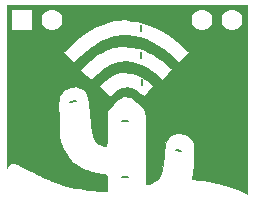
<source format=gbr>
G04 #@! TF.FileFunction,Legend,Top*
%FSLAX46Y46*%
G04 Gerber Fmt 4.6, Leading zero omitted, Abs format (unit mm)*
G04 Created by KiCad (PCBNEW 4.0.7-e2-6376~61~ubuntu18.04.1) date Fri Aug 17 14:13:56 2018*
%MOMM*%
%LPD*%
G01*
G04 APERTURE LIST*
%ADD10C,0.100000*%
%ADD11C,0.027261*%
%ADD12C,0.150000*%
%ADD13R,0.800000X0.800000*%
%ADD14R,1.778000X1.778000*%
%ADD15C,1.778000*%
G04 APERTURE END LIST*
D10*
D11*
G36*
X158700105Y-84740000D02*
X158700105Y-86009690D01*
X158810176Y-86009690D01*
X159040136Y-86030877D01*
X159302483Y-86057478D01*
X159561883Y-86096782D01*
X159818442Y-86148294D01*
X160072261Y-86211518D01*
X160323445Y-86285959D01*
X160572098Y-86371122D01*
X160818322Y-86466510D01*
X161056941Y-86569096D01*
X161291127Y-86679434D01*
X161520998Y-86797282D01*
X161746674Y-86922397D01*
X161968271Y-87054538D01*
X162185908Y-87193463D01*
X162399703Y-87338930D01*
X162609775Y-87490698D01*
X162816242Y-87648523D01*
X163019221Y-87812164D01*
X163209752Y-87973787D01*
X163397264Y-88139312D01*
X163582994Y-88307121D01*
X163768177Y-88475597D01*
X163954048Y-88643121D01*
X164002107Y-88681879D01*
X163833316Y-88862641D01*
X163665589Y-89042263D01*
X163498387Y-89221318D01*
X163331170Y-89400377D01*
X163163399Y-89580015D01*
X163085367Y-89508701D01*
X162919073Y-89349553D01*
X162750187Y-89193653D01*
X162578561Y-89041175D01*
X162404046Y-88892295D01*
X162226492Y-88747184D01*
X162045749Y-88606019D01*
X161861669Y-88468971D01*
X161652952Y-88321758D01*
X161440804Y-88181259D01*
X161224948Y-88048020D01*
X161005109Y-87922587D01*
X160781009Y-87805509D01*
X160552373Y-87697330D01*
X160318923Y-87598597D01*
X160080383Y-87509857D01*
X159854526Y-87437832D01*
X159626982Y-87377715D01*
X159397760Y-87329599D01*
X159166868Y-87293577D01*
X158934313Y-87269744D01*
X158700105Y-87258193D01*
X158700105Y-88234360D01*
X158959904Y-88246805D01*
X159218269Y-88275588D01*
X159475151Y-88320783D01*
X159730499Y-88382464D01*
X159984264Y-88460703D01*
X160223415Y-88549241D01*
X160456701Y-88648879D01*
X160684321Y-88759164D01*
X160906473Y-88879644D01*
X161123355Y-89009864D01*
X161335165Y-89149373D01*
X161542102Y-89297716D01*
X161744364Y-89454441D01*
X161937943Y-89615904D01*
X162127539Y-89782572D01*
X162315458Y-89951443D01*
X162504008Y-90119517D01*
X162546382Y-90149489D01*
X162376160Y-90331706D01*
X162207901Y-90511768D01*
X162041502Y-90689811D01*
X161876860Y-90865973D01*
X161713875Y-91040391D01*
X161526221Y-90878616D01*
X161340832Y-90718002D01*
X161155413Y-90560194D01*
X160967667Y-90406838D01*
X160766774Y-90254427D01*
X160560015Y-90112227D01*
X160347073Y-89981017D01*
X160127634Y-89861580D01*
X159901383Y-89754696D01*
X159668005Y-89661147D01*
X159430335Y-89584457D01*
X159189785Y-89527355D01*
X158946369Y-89490381D01*
X158700105Y-89474078D01*
X158700105Y-90441978D01*
X158935540Y-90455832D01*
X159169177Y-90492340D01*
X159401006Y-90551170D01*
X159631020Y-90631990D01*
X159859207Y-90734466D01*
X160057690Y-90841421D01*
X160247560Y-90959401D01*
X160429811Y-91087661D01*
X160605438Y-91225456D01*
X160775434Y-91372040D01*
X160940795Y-91526666D01*
X160969217Y-91558189D01*
X160801819Y-91737319D01*
X160635165Y-91915659D01*
X160469114Y-92093368D01*
X160303526Y-92270609D01*
X160138260Y-92447540D01*
X159960157Y-92292207D01*
X159781176Y-92141616D01*
X159619076Y-92020703D01*
X159449473Y-91913358D01*
X159271314Y-91821827D01*
X159083544Y-91748358D01*
X158889785Y-91700579D01*
X158700105Y-91683246D01*
X158700105Y-92448574D01*
X158880162Y-92466510D01*
X159052192Y-92524610D01*
X159207567Y-92622723D01*
X159437952Y-92814311D01*
X159647138Y-92992770D01*
X159835419Y-93165737D01*
X160003092Y-93340852D01*
X160150449Y-93525754D01*
X160277786Y-93728082D01*
X160290396Y-93838596D01*
X160302850Y-94102212D01*
X160314194Y-94441695D01*
X160323477Y-94779809D01*
X160329746Y-95039317D01*
X160332047Y-95142983D01*
X160362536Y-99842438D01*
X160392508Y-99842438D01*
X160597978Y-99826745D01*
X160840543Y-99733401D01*
X161046636Y-99630732D01*
X161258831Y-99526056D01*
X161371260Y-99422825D01*
X161467378Y-99224905D01*
X161526182Y-99117466D01*
X161585019Y-98928960D01*
X161676668Y-98554145D01*
X161760500Y-98170012D01*
X161817126Y-97859808D01*
X161851473Y-97630100D01*
X161868468Y-97487457D01*
X161873038Y-97438450D01*
X161873956Y-97371546D01*
X161880540Y-97194920D01*
X161898539Y-96944702D01*
X161933699Y-96657024D01*
X161991770Y-96368016D01*
X162078499Y-96113808D01*
X162199633Y-95930532D01*
X162350924Y-95797753D01*
X162496642Y-95709614D01*
X162686425Y-95635976D01*
X162887562Y-95576058D01*
X163051356Y-95555954D01*
X163265201Y-95565179D01*
X163479212Y-95589487D01*
X163638274Y-95640324D01*
X163832609Y-95746564D01*
X164017728Y-95859556D01*
X164141347Y-95965376D01*
X164253255Y-96127936D01*
X164318337Y-96224534D01*
X164381929Y-96393553D01*
X164378060Y-96674667D01*
X164376773Y-96982342D01*
X164377431Y-97296839D01*
X164379398Y-97598419D01*
X164382037Y-97867341D01*
X164384710Y-98083868D01*
X164386781Y-98228259D01*
X164387613Y-98280776D01*
X164386229Y-98347826D01*
X164378997Y-98524488D01*
X164361295Y-98774026D01*
X164328501Y-99059706D01*
X164275991Y-99344794D01*
X164226382Y-99512742D01*
X164397431Y-99513774D01*
X164836854Y-99561647D01*
X165258473Y-99620745D01*
X165661402Y-99689374D01*
X166044756Y-99765841D01*
X166407648Y-99848455D01*
X166749193Y-99935523D01*
X167068505Y-100025352D01*
X167364698Y-100116249D01*
X167636886Y-100206523D01*
X167884184Y-100294480D01*
X168105706Y-100378427D01*
X168300565Y-100456674D01*
X168467876Y-100527526D01*
X168606753Y-100589291D01*
X168716311Y-100640277D01*
X168795664Y-100678791D01*
X168843925Y-100703141D01*
X168860208Y-100711634D01*
X168860208Y-84740000D01*
X158700105Y-84740000D01*
X158700105Y-84740000D01*
G37*
X158700105Y-84740000D02*
X158700105Y-86009690D01*
X158810176Y-86009690D01*
X159040136Y-86030877D01*
X159302483Y-86057478D01*
X159561883Y-86096782D01*
X159818442Y-86148294D01*
X160072261Y-86211518D01*
X160323445Y-86285959D01*
X160572098Y-86371122D01*
X160818322Y-86466510D01*
X161056941Y-86569096D01*
X161291127Y-86679434D01*
X161520998Y-86797282D01*
X161746674Y-86922397D01*
X161968271Y-87054538D01*
X162185908Y-87193463D01*
X162399703Y-87338930D01*
X162609775Y-87490698D01*
X162816242Y-87648523D01*
X163019221Y-87812164D01*
X163209752Y-87973787D01*
X163397264Y-88139312D01*
X163582994Y-88307121D01*
X163768177Y-88475597D01*
X163954048Y-88643121D01*
X164002107Y-88681879D01*
X163833316Y-88862641D01*
X163665589Y-89042263D01*
X163498387Y-89221318D01*
X163331170Y-89400377D01*
X163163399Y-89580015D01*
X163085367Y-89508701D01*
X162919073Y-89349553D01*
X162750187Y-89193653D01*
X162578561Y-89041175D01*
X162404046Y-88892295D01*
X162226492Y-88747184D01*
X162045749Y-88606019D01*
X161861669Y-88468971D01*
X161652952Y-88321758D01*
X161440804Y-88181259D01*
X161224948Y-88048020D01*
X161005109Y-87922587D01*
X160781009Y-87805509D01*
X160552373Y-87697330D01*
X160318923Y-87598597D01*
X160080383Y-87509857D01*
X159854526Y-87437832D01*
X159626982Y-87377715D01*
X159397760Y-87329599D01*
X159166868Y-87293577D01*
X158934313Y-87269744D01*
X158700105Y-87258193D01*
X158700105Y-88234360D01*
X158959904Y-88246805D01*
X159218269Y-88275588D01*
X159475151Y-88320783D01*
X159730499Y-88382464D01*
X159984264Y-88460703D01*
X160223415Y-88549241D01*
X160456701Y-88648879D01*
X160684321Y-88759164D01*
X160906473Y-88879644D01*
X161123355Y-89009864D01*
X161335165Y-89149373D01*
X161542102Y-89297716D01*
X161744364Y-89454441D01*
X161937943Y-89615904D01*
X162127539Y-89782572D01*
X162315458Y-89951443D01*
X162504008Y-90119517D01*
X162546382Y-90149489D01*
X162376160Y-90331706D01*
X162207901Y-90511768D01*
X162041502Y-90689811D01*
X161876860Y-90865973D01*
X161713875Y-91040391D01*
X161526221Y-90878616D01*
X161340832Y-90718002D01*
X161155413Y-90560194D01*
X160967667Y-90406838D01*
X160766774Y-90254427D01*
X160560015Y-90112227D01*
X160347073Y-89981017D01*
X160127634Y-89861580D01*
X159901383Y-89754696D01*
X159668005Y-89661147D01*
X159430335Y-89584457D01*
X159189785Y-89527355D01*
X158946369Y-89490381D01*
X158700105Y-89474078D01*
X158700105Y-90441978D01*
X158935540Y-90455832D01*
X159169177Y-90492340D01*
X159401006Y-90551170D01*
X159631020Y-90631990D01*
X159859207Y-90734466D01*
X160057690Y-90841421D01*
X160247560Y-90959401D01*
X160429811Y-91087661D01*
X160605438Y-91225456D01*
X160775434Y-91372040D01*
X160940795Y-91526666D01*
X160969217Y-91558189D01*
X160801819Y-91737319D01*
X160635165Y-91915659D01*
X160469114Y-92093368D01*
X160303526Y-92270609D01*
X160138260Y-92447540D01*
X159960157Y-92292207D01*
X159781176Y-92141616D01*
X159619076Y-92020703D01*
X159449473Y-91913358D01*
X159271314Y-91821827D01*
X159083544Y-91748358D01*
X158889785Y-91700579D01*
X158700105Y-91683246D01*
X158700105Y-92448574D01*
X158880162Y-92466510D01*
X159052192Y-92524610D01*
X159207567Y-92622723D01*
X159437952Y-92814311D01*
X159647138Y-92992770D01*
X159835419Y-93165737D01*
X160003092Y-93340852D01*
X160150449Y-93525754D01*
X160277786Y-93728082D01*
X160290396Y-93838596D01*
X160302850Y-94102212D01*
X160314194Y-94441695D01*
X160323477Y-94779809D01*
X160329746Y-95039317D01*
X160332047Y-95142983D01*
X160362536Y-99842438D01*
X160392508Y-99842438D01*
X160597978Y-99826745D01*
X160840543Y-99733401D01*
X161046636Y-99630732D01*
X161258831Y-99526056D01*
X161371260Y-99422825D01*
X161467378Y-99224905D01*
X161526182Y-99117466D01*
X161585019Y-98928960D01*
X161676668Y-98554145D01*
X161760500Y-98170012D01*
X161817126Y-97859808D01*
X161851473Y-97630100D01*
X161868468Y-97487457D01*
X161873038Y-97438450D01*
X161873956Y-97371546D01*
X161880540Y-97194920D01*
X161898539Y-96944702D01*
X161933699Y-96657024D01*
X161991770Y-96368016D01*
X162078499Y-96113808D01*
X162199633Y-95930532D01*
X162350924Y-95797753D01*
X162496642Y-95709614D01*
X162686425Y-95635976D01*
X162887562Y-95576058D01*
X163051356Y-95555954D01*
X163265201Y-95565179D01*
X163479212Y-95589487D01*
X163638274Y-95640324D01*
X163832609Y-95746564D01*
X164017728Y-95859556D01*
X164141347Y-95965376D01*
X164253255Y-96127936D01*
X164318337Y-96224534D01*
X164381929Y-96393553D01*
X164378060Y-96674667D01*
X164376773Y-96982342D01*
X164377431Y-97296839D01*
X164379398Y-97598419D01*
X164382037Y-97867341D01*
X164384710Y-98083868D01*
X164386781Y-98228259D01*
X164387613Y-98280776D01*
X164386229Y-98347826D01*
X164378997Y-98524488D01*
X164361295Y-98774026D01*
X164328501Y-99059706D01*
X164275991Y-99344794D01*
X164226382Y-99512742D01*
X164397431Y-99513774D01*
X164836854Y-99561647D01*
X165258473Y-99620745D01*
X165661402Y-99689374D01*
X166044756Y-99765841D01*
X166407648Y-99848455D01*
X166749193Y-99935523D01*
X167068505Y-100025352D01*
X167364698Y-100116249D01*
X167636886Y-100206523D01*
X167884184Y-100294480D01*
X168105706Y-100378427D01*
X168300565Y-100456674D01*
X168467876Y-100527526D01*
X168606753Y-100589291D01*
X168716311Y-100640277D01*
X168795664Y-100678791D01*
X168843925Y-100703141D01*
X168860208Y-100711634D01*
X168860208Y-84740000D01*
X158700105Y-84740000D01*
D10*
G36*
X148540000Y-84740000D02*
X148540000Y-99688442D01*
X148547306Y-99312107D01*
X148569677Y-98995998D01*
X148607792Y-98736625D01*
X148662330Y-98530498D01*
X148733972Y-98374126D01*
X148823398Y-98264018D01*
X148931285Y-98196686D01*
X149058315Y-98168638D01*
X149155514Y-98170187D01*
X149262007Y-98187070D01*
X149378007Y-98218206D01*
X149503723Y-98262514D01*
X149639366Y-98318913D01*
X149785146Y-98386325D01*
X149941275Y-98463667D01*
X150107963Y-98549859D01*
X150285420Y-98643822D01*
X150473858Y-98744474D01*
X150673487Y-98850735D01*
X150884517Y-98961524D01*
X151107159Y-99075761D01*
X151341624Y-99192365D01*
X151588123Y-99310257D01*
X151846866Y-99428354D01*
X152118064Y-99545578D01*
X152401927Y-99660847D01*
X152698666Y-99773081D01*
X153008492Y-99881199D01*
X153331616Y-99984121D01*
X153668247Y-100080767D01*
X154018598Y-100170056D01*
X154382877Y-100250906D01*
X154761297Y-100322239D01*
X155154068Y-100382973D01*
X155440913Y-100420318D01*
X155717518Y-100452105D01*
X155984379Y-100478631D01*
X156241991Y-100500188D01*
X156490850Y-100517073D01*
X156731452Y-100529580D01*
X156964293Y-100538003D01*
X157127591Y-100524567D01*
X157124187Y-100256464D01*
X157119211Y-99946735D01*
X157112382Y-99634581D01*
X157103421Y-99359200D01*
X157092048Y-99159794D01*
X157077981Y-99075560D01*
X156930955Y-99032662D01*
X156647000Y-98990294D01*
X156355005Y-98955105D01*
X156120408Y-98919226D01*
X155926956Y-98879290D01*
X155758399Y-98831928D01*
X155598485Y-98773770D01*
X155403240Y-98699395D01*
X155264655Y-98653364D01*
X155114346Y-98593981D01*
X154921702Y-98489479D01*
X154705598Y-98353115D01*
X154484912Y-98198146D01*
X154278518Y-98037831D01*
X154105293Y-97885428D01*
X153984113Y-97754193D01*
X153891473Y-97640528D01*
X153810997Y-97553172D01*
X153708760Y-97416707D01*
X153568496Y-97184874D01*
X153424554Y-96917953D01*
X153311286Y-96676223D01*
X153235069Y-96457963D01*
X153181578Y-96246792D01*
X153141138Y-96082082D01*
X153098896Y-95920197D01*
X153090227Y-95822600D01*
X153081607Y-95632258D01*
X153073429Y-95380080D01*
X153066088Y-95096975D01*
X153059976Y-94813854D01*
X153055487Y-94561623D01*
X153048699Y-94310527D01*
X153038129Y-94059778D01*
X153026665Y-93809167D01*
X153017196Y-93558486D01*
X153012611Y-93307527D01*
X153015799Y-93056081D01*
X153029648Y-92803939D01*
X153057048Y-92550893D01*
X153174870Y-92325067D01*
X153285158Y-92156898D01*
X153427148Y-92011009D01*
X153597049Y-91889643D01*
X153791071Y-91795045D01*
X154005420Y-91729460D01*
X154236305Y-91695131D01*
X154400636Y-91685829D01*
X154579586Y-91706310D01*
X154806296Y-91788665D01*
X155009501Y-91870377D01*
X155173178Y-91961512D01*
X155274484Y-92092522D01*
X155355091Y-92353624D01*
X155425118Y-92671699D01*
X155483903Y-93011341D01*
X155530780Y-93337142D01*
X155565086Y-93613695D01*
X155586157Y-93805592D01*
X155593328Y-93877426D01*
X155601489Y-93970144D01*
X155621820Y-94197830D01*
X155648097Y-94484783D01*
X155674092Y-94755305D01*
X155693580Y-94933693D01*
X155708566Y-95069602D01*
X155732855Y-95267522D01*
X155776981Y-95450005D01*
X155830006Y-95672149D01*
X155894088Y-95886631D01*
X155964882Y-96050420D01*
X156038838Y-96183991D01*
X156110609Y-96325856D01*
X156234397Y-96466954D01*
X156427700Y-96580677D01*
X156643325Y-96664917D01*
X156834080Y-96717563D01*
X157049570Y-96738235D01*
X157078952Y-96646048D01*
X157118300Y-96388902D01*
X157121744Y-96279339D01*
X157125279Y-96076264D01*
X157128684Y-95803114D01*
X157131735Y-95483325D01*
X157134211Y-95140333D01*
X157135890Y-94797573D01*
X157136549Y-94478483D01*
X157135966Y-94206496D01*
X157133919Y-94005051D01*
X157130185Y-93897581D01*
X157139634Y-93768232D01*
X157224753Y-93576671D01*
X157362973Y-93426788D01*
X157453080Y-93315031D01*
X157524469Y-93221408D01*
X157606534Y-93125927D01*
X157728670Y-93008595D01*
X157920274Y-92849419D01*
X158210739Y-92628408D01*
X158360324Y-92529442D01*
X158526044Y-92469733D01*
X158700115Y-92448574D01*
X158700115Y-91683246D01*
X158500594Y-91695226D01*
X158305212Y-91738254D01*
X158113754Y-91810880D01*
X157926002Y-91911656D01*
X157716717Y-92056643D01*
X157522489Y-92220692D01*
X157339992Y-92399482D01*
X157310536Y-92435655D01*
X157135041Y-92263262D01*
X156959930Y-92091245D01*
X156784612Y-91919020D01*
X156608499Y-91746007D01*
X156431003Y-91571625D01*
X156604464Y-91403591D01*
X156778785Y-91240379D01*
X156947907Y-91097361D01*
X157123362Y-90965229D01*
X157305706Y-90845082D01*
X157495496Y-90738021D01*
X157693291Y-90645144D01*
X157899647Y-90567552D01*
X158151724Y-90497789D01*
X158401609Y-90455282D01*
X158649472Y-90439395D01*
X158700115Y-90441987D01*
X158700115Y-89474088D01*
X158460337Y-89476152D01*
X158207363Y-89504236D01*
X157961057Y-89554270D01*
X157721047Y-89624853D01*
X157486964Y-89714584D01*
X157258439Y-89822063D01*
X157035101Y-89945890D01*
X156834623Y-90072374D01*
X156641313Y-90208012D01*
X156454615Y-90352090D01*
X156273974Y-90503895D01*
X156098832Y-90662714D01*
X155928635Y-90827833D01*
X155762827Y-90998539D01*
X155734404Y-91035230D01*
X155558476Y-90862516D01*
X155383062Y-90690287D01*
X155207556Y-90517961D01*
X155031350Y-90344954D01*
X154853838Y-90170683D01*
X154994981Y-90028165D01*
X155134958Y-89888529D01*
X155311509Y-89720039D01*
X155492303Y-89557278D01*
X155677695Y-89400725D01*
X155868040Y-89250862D01*
X156063693Y-89108169D01*
X156265009Y-88973127D01*
X156472344Y-88846216D01*
X156685137Y-88728601D01*
X156901722Y-88622026D01*
X157122268Y-88527031D01*
X157346945Y-88444155D01*
X157575920Y-88373938D01*
X157809363Y-88316920D01*
X158047442Y-88273641D01*
X158294080Y-88244381D01*
X158539402Y-88230749D01*
X158700115Y-88234366D01*
X158700115Y-87258193D01*
X158533116Y-87255622D01*
X158365252Y-87259743D01*
X158123506Y-87280624D01*
X157885024Y-87315286D01*
X157649718Y-87363258D01*
X157417500Y-87424070D01*
X157188279Y-87497251D01*
X156961968Y-87582331D01*
X156738478Y-87678839D01*
X156525271Y-87782118D01*
X156317145Y-87893370D01*
X156113892Y-88012244D01*
X155915305Y-88138387D01*
X155721176Y-88271449D01*
X155531297Y-88411077D01*
X155345463Y-88556920D01*
X155163465Y-88708628D01*
X154985096Y-88865847D01*
X154803888Y-89033969D01*
X154625127Y-89205844D01*
X154446775Y-89379932D01*
X154266794Y-89554694D01*
X154209950Y-89500950D01*
X154053555Y-89347273D01*
X153897213Y-89193544D01*
X153740881Y-89039811D01*
X153584519Y-88886121D01*
X153428085Y-88732522D01*
X153397596Y-88709783D01*
X153397596Y-88698414D01*
X153446689Y-88655523D01*
X153618354Y-88477016D01*
X153792789Y-88302087D01*
X153970187Y-88131001D01*
X154150743Y-87964020D01*
X154334654Y-87801407D01*
X154522114Y-87643427D01*
X154713318Y-87490342D01*
X154908462Y-87342417D01*
X155107741Y-87199914D01*
X155311349Y-87063096D01*
X155519483Y-86932228D01*
X155732338Y-86807573D01*
X155962656Y-86683045D01*
X156195844Y-86567995D01*
X156432006Y-86462770D01*
X156671246Y-86367714D01*
X156913668Y-86283176D01*
X157159376Y-86209501D01*
X157408474Y-86147035D01*
X157661067Y-86096126D01*
X157917257Y-86057118D01*
X158177150Y-86030360D01*
X158390057Y-86009689D01*
X158700115Y-86009689D01*
X158700115Y-84740000D01*
X148540000Y-84740000D01*
X148540000Y-84740000D01*
G37*
G36*
X148540000Y-84740000D02*
X148540000Y-99688442D01*
X148547306Y-99312107D01*
X148569677Y-98995998D01*
X148607792Y-98736625D01*
X148662330Y-98530498D01*
X148733972Y-98374126D01*
X148823398Y-98264018D01*
X148931285Y-98196686D01*
X149058315Y-98168638D01*
X149155514Y-98170187D01*
X149262007Y-98187070D01*
X149378007Y-98218206D01*
X149503723Y-98262514D01*
X149639366Y-98318913D01*
X149785146Y-98386325D01*
X149941275Y-98463667D01*
X150107963Y-98549859D01*
X150285420Y-98643822D01*
X150473858Y-98744474D01*
X150673487Y-98850735D01*
X150884517Y-98961524D01*
X151107159Y-99075761D01*
X151341624Y-99192365D01*
X151588123Y-99310257D01*
X151846866Y-99428354D01*
X152118064Y-99545578D01*
X152401927Y-99660847D01*
X152698666Y-99773081D01*
X153008492Y-99881199D01*
X153331616Y-99984121D01*
X153668247Y-100080767D01*
X154018598Y-100170056D01*
X154382877Y-100250906D01*
X154761297Y-100322239D01*
X155154068Y-100382973D01*
X155440913Y-100420318D01*
X155717518Y-100452105D01*
X155984379Y-100478631D01*
X156241991Y-100500188D01*
X156490850Y-100517073D01*
X156731452Y-100529580D01*
X156964293Y-100538003D01*
X157127591Y-100524567D01*
X157124187Y-100256464D01*
X157119211Y-99946735D01*
X157112382Y-99634581D01*
X157103421Y-99359200D01*
X157092048Y-99159794D01*
X157077981Y-99075560D01*
X156930955Y-99032662D01*
X156647000Y-98990294D01*
X156355005Y-98955105D01*
X156120408Y-98919226D01*
X155926956Y-98879290D01*
X155758399Y-98831928D01*
X155598485Y-98773770D01*
X155403240Y-98699395D01*
X155264655Y-98653364D01*
X155114346Y-98593981D01*
X154921702Y-98489479D01*
X154705598Y-98353115D01*
X154484912Y-98198146D01*
X154278518Y-98037831D01*
X154105293Y-97885428D01*
X153984113Y-97754193D01*
X153891473Y-97640528D01*
X153810997Y-97553172D01*
X153708760Y-97416707D01*
X153568496Y-97184874D01*
X153424554Y-96917953D01*
X153311286Y-96676223D01*
X153235069Y-96457963D01*
X153181578Y-96246792D01*
X153141138Y-96082082D01*
X153098896Y-95920197D01*
X153090227Y-95822600D01*
X153081607Y-95632258D01*
X153073429Y-95380080D01*
X153066088Y-95096975D01*
X153059976Y-94813854D01*
X153055487Y-94561623D01*
X153048699Y-94310527D01*
X153038129Y-94059778D01*
X153026665Y-93809167D01*
X153017196Y-93558486D01*
X153012611Y-93307527D01*
X153015799Y-93056081D01*
X153029648Y-92803939D01*
X153057048Y-92550893D01*
X153174870Y-92325067D01*
X153285158Y-92156898D01*
X153427148Y-92011009D01*
X153597049Y-91889643D01*
X153791071Y-91795045D01*
X154005420Y-91729460D01*
X154236305Y-91695131D01*
X154400636Y-91685829D01*
X154579586Y-91706310D01*
X154806296Y-91788665D01*
X155009501Y-91870377D01*
X155173178Y-91961512D01*
X155274484Y-92092522D01*
X155355091Y-92353624D01*
X155425118Y-92671699D01*
X155483903Y-93011341D01*
X155530780Y-93337142D01*
X155565086Y-93613695D01*
X155586157Y-93805592D01*
X155593328Y-93877426D01*
X155601489Y-93970144D01*
X155621820Y-94197830D01*
X155648097Y-94484783D01*
X155674092Y-94755305D01*
X155693580Y-94933693D01*
X155708566Y-95069602D01*
X155732855Y-95267522D01*
X155776981Y-95450005D01*
X155830006Y-95672149D01*
X155894088Y-95886631D01*
X155964882Y-96050420D01*
X156038838Y-96183991D01*
X156110609Y-96325856D01*
X156234397Y-96466954D01*
X156427700Y-96580677D01*
X156643325Y-96664917D01*
X156834080Y-96717563D01*
X157049570Y-96738235D01*
X157078952Y-96646048D01*
X157118300Y-96388902D01*
X157121744Y-96279339D01*
X157125279Y-96076264D01*
X157128684Y-95803114D01*
X157131735Y-95483325D01*
X157134211Y-95140333D01*
X157135890Y-94797573D01*
X157136549Y-94478483D01*
X157135966Y-94206496D01*
X157133919Y-94005051D01*
X157130185Y-93897581D01*
X157139634Y-93768232D01*
X157224753Y-93576671D01*
X157362973Y-93426788D01*
X157453080Y-93315031D01*
X157524469Y-93221408D01*
X157606534Y-93125927D01*
X157728670Y-93008595D01*
X157920274Y-92849419D01*
X158210739Y-92628408D01*
X158360324Y-92529442D01*
X158526044Y-92469733D01*
X158700115Y-92448574D01*
X158700115Y-91683246D01*
X158500594Y-91695226D01*
X158305212Y-91738254D01*
X158113754Y-91810880D01*
X157926002Y-91911656D01*
X157716717Y-92056643D01*
X157522489Y-92220692D01*
X157339992Y-92399482D01*
X157310536Y-92435655D01*
X157135041Y-92263262D01*
X156959930Y-92091245D01*
X156784612Y-91919020D01*
X156608499Y-91746007D01*
X156431003Y-91571625D01*
X156604464Y-91403591D01*
X156778785Y-91240379D01*
X156947907Y-91097361D01*
X157123362Y-90965229D01*
X157305706Y-90845082D01*
X157495496Y-90738021D01*
X157693291Y-90645144D01*
X157899647Y-90567552D01*
X158151724Y-90497789D01*
X158401609Y-90455282D01*
X158649472Y-90439395D01*
X158700115Y-90441987D01*
X158700115Y-89474088D01*
X158460337Y-89476152D01*
X158207363Y-89504236D01*
X157961057Y-89554270D01*
X157721047Y-89624853D01*
X157486964Y-89714584D01*
X157258439Y-89822063D01*
X157035101Y-89945890D01*
X156834623Y-90072374D01*
X156641313Y-90208012D01*
X156454615Y-90352090D01*
X156273974Y-90503895D01*
X156098832Y-90662714D01*
X155928635Y-90827833D01*
X155762827Y-90998539D01*
X155734404Y-91035230D01*
X155558476Y-90862516D01*
X155383062Y-90690287D01*
X155207556Y-90517961D01*
X155031350Y-90344954D01*
X154853838Y-90170683D01*
X154994981Y-90028165D01*
X155134958Y-89888529D01*
X155311509Y-89720039D01*
X155492303Y-89557278D01*
X155677695Y-89400725D01*
X155868040Y-89250862D01*
X156063693Y-89108169D01*
X156265009Y-88973127D01*
X156472344Y-88846216D01*
X156685137Y-88728601D01*
X156901722Y-88622026D01*
X157122268Y-88527031D01*
X157346945Y-88444155D01*
X157575920Y-88373938D01*
X157809363Y-88316920D01*
X158047442Y-88273641D01*
X158294080Y-88244381D01*
X158539402Y-88230749D01*
X158700115Y-88234366D01*
X158700115Y-87258193D01*
X158533116Y-87255622D01*
X158365252Y-87259743D01*
X158123506Y-87280624D01*
X157885024Y-87315286D01*
X157649718Y-87363258D01*
X157417500Y-87424070D01*
X157188279Y-87497251D01*
X156961968Y-87582331D01*
X156738478Y-87678839D01*
X156525271Y-87782118D01*
X156317145Y-87893370D01*
X156113892Y-88012244D01*
X155915305Y-88138387D01*
X155721176Y-88271449D01*
X155531297Y-88411077D01*
X155345463Y-88556920D01*
X155163465Y-88708628D01*
X154985096Y-88865847D01*
X154803888Y-89033969D01*
X154625127Y-89205844D01*
X154446775Y-89379932D01*
X154266794Y-89554694D01*
X154209950Y-89500950D01*
X154053555Y-89347273D01*
X153897213Y-89193544D01*
X153740881Y-89039811D01*
X153584519Y-88886121D01*
X153428085Y-88732522D01*
X153397596Y-88709783D01*
X153397596Y-88698414D01*
X153446689Y-88655523D01*
X153618354Y-88477016D01*
X153792789Y-88302087D01*
X153970187Y-88131001D01*
X154150743Y-87964020D01*
X154334654Y-87801407D01*
X154522114Y-87643427D01*
X154713318Y-87490342D01*
X154908462Y-87342417D01*
X155107741Y-87199914D01*
X155311349Y-87063096D01*
X155519483Y-86932228D01*
X155732338Y-86807573D01*
X155962656Y-86683045D01*
X156195844Y-86567995D01*
X156432006Y-86462770D01*
X156671246Y-86367714D01*
X156913668Y-86283176D01*
X157159376Y-86209501D01*
X157408474Y-86147035D01*
X157661067Y-86096126D01*
X157917257Y-86057118D01*
X158177150Y-86030360D01*
X158390057Y-86009689D01*
X158700115Y-86009689D01*
X158700115Y-84740000D01*
X148540000Y-84740000D01*
X148540000Y-84740000D01*
G37*
D12*
X159950000Y-89200800D02*
X159950000Y-88700800D01*
X160040000Y-91486800D02*
X160040000Y-90986800D01*
X153885691Y-92889681D02*
X154378094Y-92802857D01*
X158850000Y-94550000D02*
X158350000Y-94550000D01*
X163339309Y-97064681D02*
X162846906Y-96977857D01*
X158850000Y-99250000D02*
X158350000Y-99250000D01*
X159950000Y-86914800D02*
X159950000Y-86414800D01*
%LPC*%
D10*
G36*
X149058315Y-98168638D02*
X148931285Y-98196686D01*
X148823397Y-98264018D01*
X148733972Y-98374126D01*
X148662330Y-98530498D01*
X148607791Y-98736625D01*
X148569676Y-98995998D01*
X148547306Y-99312107D01*
X148540000Y-99688442D01*
X148540000Y-105060207D01*
X168860209Y-105060207D01*
X168860209Y-100711635D01*
X168843925Y-100703143D01*
X168795664Y-100678793D01*
X168716312Y-100640279D01*
X168606754Y-100589293D01*
X168467877Y-100527528D01*
X168300566Y-100456676D01*
X168105706Y-100378429D01*
X167884185Y-100294481D01*
X167636887Y-100206524D01*
X167364699Y-100116251D01*
X167068506Y-100025354D01*
X166749194Y-99935525D01*
X166407649Y-99848457D01*
X166044757Y-99765843D01*
X165661403Y-99689375D01*
X165258474Y-99620747D01*
X164836855Y-99561649D01*
X164397432Y-99513776D01*
X164226383Y-99512744D01*
X164153137Y-99752989D01*
X164077955Y-99966765D01*
X164014510Y-100107540D01*
X163947377Y-100222347D01*
X163834676Y-100417082D01*
X163734058Y-100581429D01*
X163630396Y-100723413D01*
X163506039Y-100862857D01*
X163343337Y-101019583D01*
X163124641Y-101213416D01*
X162913491Y-101385899D01*
X162704890Y-101534614D01*
X162496754Y-101660805D01*
X162286999Y-101765714D01*
X162073543Y-101850586D01*
X161895350Y-101916586D01*
X161797590Y-101960140D01*
X161675071Y-101999683D01*
X161431941Y-102049985D01*
X161118162Y-102101873D01*
X160783699Y-102146175D01*
X160492099Y-102191078D01*
X160363053Y-102237126D01*
X160352129Y-102291029D01*
X160329980Y-102591109D01*
X160329895Y-103033860D01*
X160329709Y-103312090D01*
X160329447Y-103467292D01*
X160329129Y-103540957D01*
X160328778Y-103574580D01*
X160328419Y-103609652D01*
X160327396Y-103790001D01*
X158737829Y-103790001D01*
X157148261Y-103790001D01*
X157143094Y-103678380D01*
X157142191Y-103599802D01*
X157141120Y-103413733D01*
X157139935Y-103144400D01*
X157138689Y-102816026D01*
X157137437Y-102452838D01*
X157136230Y-102079061D01*
X157135123Y-101718919D01*
X157134169Y-101396639D01*
X157133421Y-101136446D01*
X157132934Y-100962565D01*
X157132759Y-100899221D01*
X157130710Y-100758122D01*
X157127592Y-100524567D01*
X156964294Y-100538002D01*
X156731453Y-100529580D01*
X156490850Y-100517073D01*
X156241991Y-100500188D01*
X155984379Y-100478631D01*
X155717518Y-100452105D01*
X155440913Y-100420318D01*
X155154067Y-100382973D01*
X154761297Y-100322239D01*
X154382877Y-100250906D01*
X154018598Y-100170056D01*
X153668247Y-100080767D01*
X153331616Y-99984121D01*
X153008492Y-99881199D01*
X152698666Y-99773081D01*
X152401927Y-99660847D01*
X152118064Y-99545578D01*
X151846866Y-99428354D01*
X151588123Y-99310257D01*
X151341624Y-99192365D01*
X151107159Y-99075761D01*
X150884517Y-98961524D01*
X150673487Y-98850735D01*
X150473858Y-98744474D01*
X150285420Y-98643822D01*
X150107963Y-98549859D01*
X149941275Y-98463667D01*
X149785146Y-98386325D01*
X149639366Y-98318913D01*
X149503723Y-98262514D01*
X149378007Y-98218206D01*
X149262007Y-98187070D01*
X149155513Y-98170187D01*
X149058315Y-98168638D01*
X149058315Y-98168638D01*
G37*
D13*
X157750000Y-88950800D03*
X159350000Y-88950800D03*
X157840000Y-91236800D03*
X159440000Y-91236800D03*
D10*
G36*
X154977301Y-95337310D02*
X154189455Y-95476228D01*
X154050537Y-94688382D01*
X154838383Y-94549464D01*
X154977301Y-95337310D01*
X154977301Y-95337310D01*
G37*
G36*
X154699463Y-93761618D02*
X153911617Y-93900536D01*
X153772699Y-93112690D01*
X154560545Y-92973772D01*
X154699463Y-93761618D01*
X154699463Y-93761618D01*
G37*
D13*
X158600000Y-96750000D03*
X158600000Y-95150000D03*
D10*
G36*
X163035545Y-99651228D02*
X162247699Y-99512310D01*
X162386617Y-98724464D01*
X163174463Y-98863382D01*
X163035545Y-99651228D01*
X163035545Y-99651228D01*
G37*
G36*
X163313383Y-98075536D02*
X162525537Y-97936618D01*
X162664455Y-97148772D01*
X163452301Y-97287690D01*
X163313383Y-98075536D01*
X163313383Y-98075536D01*
G37*
D13*
X158600000Y-101450000D03*
X158600000Y-99850000D03*
X157750000Y-86664800D03*
X159350000Y-86664800D03*
D14*
X149810000Y-86010000D03*
D15*
X152350000Y-86010000D03*
X165050000Y-86010000D03*
X167590000Y-86010000D03*
X149810000Y-103790000D03*
X152350000Y-103790000D03*
X165050000Y-103790000D03*
X167590000Y-103790000D03*
M02*

</source>
